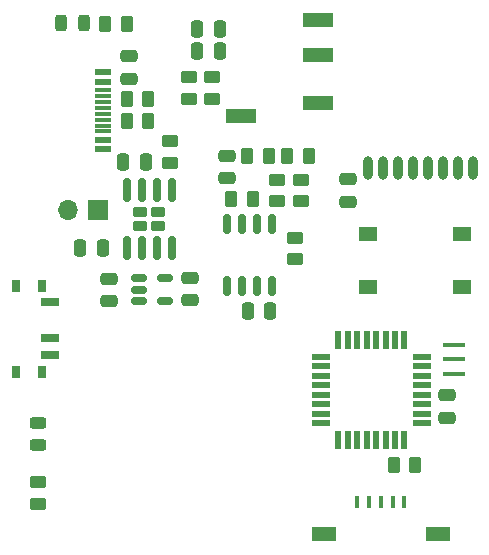
<source format=gbr>
%TF.GenerationSoftware,KiCad,Pcbnew,(6.0.0)*%
%TF.CreationDate,2023-02-19T23:28:08+01:00*%
%TF.ProjectId,DETECTIVE BOYS BADGE,44455445-4354-4495-9645-20424f595320,rev?*%
%TF.SameCoordinates,Original*%
%TF.FileFunction,Paste,Top*%
%TF.FilePolarity,Positive*%
%FSLAX46Y46*%
G04 Gerber Fmt 4.6, Leading zero omitted, Abs format (unit mm)*
G04 Created by KiCad (PCBNEW (6.0.0)) date 2023-02-19 23:28:08*
%MOMM*%
%LPD*%
G01*
G04 APERTURE LIST*
G04 Aperture macros list*
%AMRoundRect*
0 Rectangle with rounded corners*
0 $1 Rounding radius*
0 $2 $3 $4 $5 $6 $7 $8 $9 X,Y pos of 4 corners*
0 Add a 4 corners polygon primitive as box body*
4,1,4,$2,$3,$4,$5,$6,$7,$8,$9,$2,$3,0*
0 Add four circle primitives for the rounded corners*
1,1,$1+$1,$2,$3*
1,1,$1+$1,$4,$5*
1,1,$1+$1,$6,$7*
1,1,$1+$1,$8,$9*
0 Add four rect primitives between the rounded corners*
20,1,$1+$1,$2,$3,$4,$5,0*
20,1,$1+$1,$4,$5,$6,$7,0*
20,1,$1+$1,$6,$7,$8,$9,0*
20,1,$1+$1,$8,$9,$2,$3,0*%
G04 Aperture macros list end*
%ADD10RoundRect,0.250000X0.250000X0.475000X-0.250000X0.475000X-0.250000X-0.475000X0.250000X-0.475000X0*%
%ADD11RoundRect,0.250000X0.262500X0.450000X-0.262500X0.450000X-0.262500X-0.450000X0.262500X-0.450000X0*%
%ADD12R,2.500000X1.200000*%
%ADD13R,1.550000X1.300000*%
%ADD14RoundRect,0.243750X0.456250X-0.243750X0.456250X0.243750X-0.456250X0.243750X-0.456250X-0.243750X0*%
%ADD15RoundRect,0.250000X-0.250000X-0.475000X0.250000X-0.475000X0.250000X0.475000X-0.250000X0.475000X0*%
%ADD16RoundRect,0.400000X0.000000X-0.600000X0.000000X-0.600000X0.000000X0.600000X0.000000X0.600000X0*%
%ADD17RoundRect,0.250000X0.475000X-0.250000X0.475000X0.250000X-0.475000X0.250000X-0.475000X-0.250000X0*%
%ADD18RoundRect,0.150000X-0.150000X0.675000X-0.150000X-0.675000X0.150000X-0.675000X0.150000X0.675000X0*%
%ADD19RoundRect,0.243750X0.243750X0.456250X-0.243750X0.456250X-0.243750X-0.456250X0.243750X-0.456250X0*%
%ADD20R,0.800000X1.000000*%
%ADD21R,1.500000X0.700000*%
%ADD22RoundRect,0.250000X0.450000X-0.262500X0.450000X0.262500X-0.450000X0.262500X-0.450000X-0.262500X0*%
%ADD23RoundRect,0.250000X-0.450000X0.262500X-0.450000X-0.262500X0.450000X-0.262500X0.450000X0.262500X0*%
%ADD24RoundRect,0.250000X-0.475000X0.250000X-0.475000X-0.250000X0.475000X-0.250000X0.475000X0.250000X0*%
%ADD25R,1.600000X0.550000*%
%ADD26R,0.550000X1.600000*%
%ADD27R,1.700000X1.700000*%
%ADD28O,1.700000X1.700000*%
%ADD29R,1.450000X0.600000*%
%ADD30R,1.450000X0.300000*%
%ADD31RoundRect,0.250000X-0.262500X-0.450000X0.262500X-0.450000X0.262500X0.450000X-0.262500X0.450000X0*%
%ADD32R,1.900000X0.400000*%
%ADD33RoundRect,0.150000X-0.512500X-0.150000X0.512500X-0.150000X0.512500X0.150000X-0.512500X0.150000X0*%
%ADD34RoundRect,0.230000X-0.375000X0.230000X-0.375000X-0.230000X0.375000X-0.230000X0.375000X0.230000X0*%
%ADD35RoundRect,0.150000X-0.150000X0.825000X-0.150000X-0.825000X0.150000X-0.825000X0.150000X0.825000X0*%
%ADD36R,0.400000X1.000000*%
%ADD37R,2.000000X1.300000*%
G04 APERTURE END LIST*
D10*
%TO.C,C6*%
X139450000Y-127800000D03*
X137550000Y-127800000D03*
%TD*%
D11*
%TO.C,R9*%
X156912500Y-120000000D03*
X155087500Y-120000000D03*
%TD*%
D12*
%TO.C,J1*%
X157650000Y-111455000D03*
X157650000Y-108455000D03*
X151150000Y-116555000D03*
X157650000Y-115455000D03*
%TD*%
D13*
%TO.C,SW2*%
X161920000Y-126550000D03*
X169880000Y-126550000D03*
X161920000Y-131050000D03*
X169880000Y-131050000D03*
%TD*%
D14*
%TO.C,D1*%
X134000000Y-144437500D03*
X134000000Y-142562500D03*
%TD*%
D15*
%TO.C,C7*%
X147450000Y-109200000D03*
X149350000Y-109200000D03*
%TD*%
D16*
%TO.C,U1*%
X163175000Y-120980000D03*
X161905000Y-120980000D03*
X164445000Y-120980000D03*
X165715000Y-120980000D03*
X166985000Y-120980000D03*
X168255000Y-120980000D03*
X169525000Y-120980000D03*
X170795000Y-120980000D03*
%TD*%
D15*
%TO.C,C9*%
X147450000Y-111100000D03*
X149350000Y-111100000D03*
%TD*%
%TO.C,C5*%
X141200000Y-120475000D03*
X143100000Y-120475000D03*
%TD*%
D11*
%TO.C,R13*%
X165912500Y-146100000D03*
X164087500Y-146100000D03*
%TD*%
D17*
%TO.C,C11*%
X168600000Y-142150000D03*
X168600000Y-140250000D03*
%TD*%
D18*
%TO.C,U4*%
X153805000Y-125775000D03*
X152535000Y-125775000D03*
X151265000Y-125775000D03*
X149995000Y-125775000D03*
X149995000Y-131025000D03*
X151265000Y-131025000D03*
X152535000Y-131025000D03*
X153805000Y-131025000D03*
%TD*%
D19*
%TO.C,D2*%
X137837500Y-108750000D03*
X135962500Y-108750000D03*
%TD*%
D20*
%TO.C,SW1*%
X134355000Y-130950000D03*
X132145000Y-130950000D03*
X134355000Y-138250000D03*
X132145000Y-138250000D03*
D21*
X135005000Y-132350000D03*
X135005000Y-135350000D03*
X135005000Y-136850000D03*
%TD*%
D22*
%TO.C,R6*%
X148700000Y-115112500D03*
X148700000Y-113287500D03*
%TD*%
D11*
%TO.C,R8*%
X153512500Y-120000000D03*
X151687500Y-120000000D03*
%TD*%
D22*
%TO.C,R7*%
X145175000Y-120537500D03*
X145175000Y-118712500D03*
%TD*%
D23*
%TO.C,R5*%
X146800000Y-113287500D03*
X146800000Y-115112500D03*
%TD*%
%TO.C,RG1*%
X155700000Y-126887500D03*
X155700000Y-128712500D03*
%TD*%
D24*
%TO.C,C2*%
X140000000Y-130350000D03*
X140000000Y-132250000D03*
%TD*%
D22*
%TO.C,R11*%
X156250000Y-123812500D03*
X156250000Y-121987500D03*
%TD*%
D25*
%TO.C,U5*%
X166450000Y-142600000D03*
X166450000Y-141800000D03*
X166450000Y-141000000D03*
X166450000Y-140200000D03*
X166450000Y-139400000D03*
X166450000Y-138600000D03*
X166450000Y-137800000D03*
X166450000Y-137000000D03*
D26*
X165000000Y-135550000D03*
X164200000Y-135550000D03*
X163400000Y-135550000D03*
X162600000Y-135550000D03*
X161800000Y-135550000D03*
X161000000Y-135550000D03*
X160200000Y-135550000D03*
X159400000Y-135550000D03*
D25*
X157950000Y-137000000D03*
X157950000Y-137800000D03*
X157950000Y-138600000D03*
X157950000Y-139400000D03*
X157950000Y-140200000D03*
X157950000Y-141000000D03*
X157950000Y-141800000D03*
X157950000Y-142600000D03*
D26*
X159400000Y-144050000D03*
X160200000Y-144050000D03*
X161000000Y-144050000D03*
X161800000Y-144050000D03*
X162600000Y-144050000D03*
X163400000Y-144050000D03*
X164200000Y-144050000D03*
X165000000Y-144050000D03*
%TD*%
D24*
%TO.C,C1*%
X160200000Y-121950000D03*
X160200000Y-123850000D03*
%TD*%
D17*
%TO.C,C3*%
X141650000Y-113450000D03*
X141650000Y-111550000D03*
%TD*%
D27*
%TO.C,BT1*%
X139050000Y-124525000D03*
D28*
X136510000Y-124525000D03*
%TD*%
D11*
%TO.C,R10*%
X152162500Y-123600000D03*
X150337500Y-123600000D03*
%TD*%
D29*
%TO.C,USB1*%
X139495000Y-112900000D03*
X139495000Y-113700000D03*
D30*
X139495000Y-114900000D03*
X139495000Y-115900000D03*
X139495000Y-116400000D03*
X139495000Y-117400000D03*
D29*
X139495000Y-118600000D03*
X139495000Y-119400000D03*
X139495000Y-119400000D03*
X139495000Y-118600000D03*
D30*
X139495000Y-117900000D03*
X139495000Y-116900000D03*
X139495000Y-115400000D03*
X139495000Y-114400000D03*
D29*
X139495000Y-113700000D03*
X139495000Y-112900000D03*
%TD*%
D22*
%TO.C,R12*%
X154250000Y-123800000D03*
X154250000Y-121975000D03*
%TD*%
D24*
%TO.C,C8*%
X150000000Y-119950000D03*
X150000000Y-121850000D03*
%TD*%
D31*
%TO.C,R3*%
X141487500Y-117050000D03*
X143312500Y-117050000D03*
%TD*%
D32*
%TO.C,X1*%
X169200000Y-138400000D03*
X169200000Y-137200000D03*
X169200000Y-136000000D03*
%TD*%
D33*
%TO.C,U2*%
X142487500Y-130337500D03*
X142487500Y-131287500D03*
X142487500Y-132237500D03*
X144762500Y-132237500D03*
X144762500Y-130337500D03*
%TD*%
D34*
%TO.C,U3*%
X144150000Y-124730000D03*
X142650000Y-124730000D03*
X144150000Y-125870000D03*
X142650000Y-125870000D03*
D35*
X145305000Y-122825000D03*
X144035000Y-122825000D03*
X142765000Y-122825000D03*
X141495000Y-122825000D03*
X141495000Y-127775000D03*
X142765000Y-127775000D03*
X144035000Y-127775000D03*
X145305000Y-127775000D03*
%TD*%
D23*
%TO.C,R1*%
X134000000Y-147587500D03*
X134000000Y-149412500D03*
%TD*%
D31*
%TO.C,R4*%
X139662500Y-108775000D03*
X141487500Y-108775000D03*
%TD*%
D24*
%TO.C,C4*%
X146825000Y-130300000D03*
X146825000Y-132200000D03*
%TD*%
D15*
%TO.C,C10*%
X151750000Y-133100000D03*
X153650000Y-133100000D03*
%TD*%
D31*
%TO.C,R2*%
X141487500Y-115150000D03*
X143312500Y-115150000D03*
%TD*%
D36*
%TO.C,J2*%
X161000000Y-149290000D03*
X162000000Y-149290000D03*
X163000000Y-149290000D03*
X164000000Y-149290000D03*
X165000000Y-149290000D03*
D37*
X158200000Y-151990000D03*
X167800000Y-151990000D03*
%TD*%
M02*

</source>
